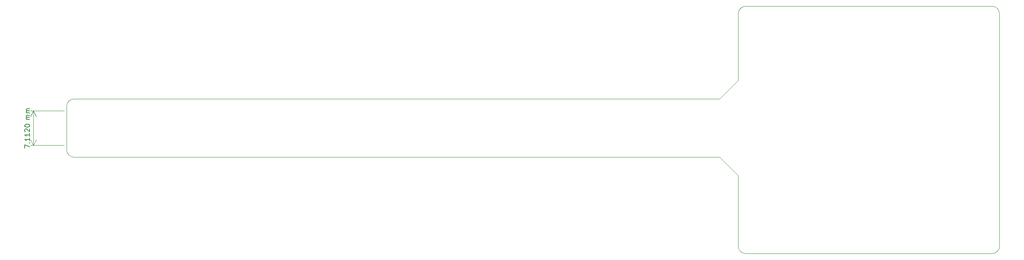
<source format=gbr>
%TF.GenerationSoftware,KiCad,Pcbnew,(7.0.0)*%
%TF.CreationDate,2023-08-21T10:27:13+05:30*%
%TF.ProjectId,X1A51B8-v1,58314135-3142-4382-9d76-312e6b696361,rev?*%
%TF.SameCoordinates,Original*%
%TF.FileFunction,Profile,NP*%
%FSLAX46Y46*%
G04 Gerber Fmt 4.6, Leading zero omitted, Abs format (unit mm)*
G04 Created by KiCad (PCBNEW (7.0.0)) date 2023-08-21 10:27:13*
%MOMM*%
%LPD*%
G01*
G04 APERTURE LIST*
%TA.AperFunction,Profile*%
%ADD10C,0.100000*%
%TD*%
%ADD11C,0.150000*%
G04 APERTURE END LIST*
D10*
X268224000Y-119126000D02*
X268224000Y-71120000D01*
X210566000Y-100742000D02*
X77470000Y-100742000D01*
X77470000Y-88742000D02*
G75*
G03*
X75946000Y-90266000I0J-1524000D01*
G01*
X75946000Y-99218000D02*
G75*
G03*
X77470000Y-100742000I1524000J0D01*
G01*
X214376000Y-84932000D02*
X214376000Y-71120000D01*
X210566000Y-88742000D02*
X77470000Y-88742000D01*
X214376000Y-104552000D02*
X214376000Y-119126000D01*
X214376000Y-84932000D02*
X210566000Y-88742000D01*
X214376000Y-119126000D02*
G75*
G03*
X215900000Y-120650000I1524000J0D01*
G01*
X266700000Y-120650000D02*
G75*
G03*
X268224000Y-119126000I0J1524000D01*
G01*
X266700000Y-120650000D02*
X215900000Y-120650000D01*
X268224000Y-71120000D02*
G75*
G03*
X266700000Y-69596000I-1524000J0D01*
G01*
X214376000Y-104552000D02*
X210566000Y-100742000D01*
X75946000Y-90266000D02*
X75946000Y-99218000D01*
X215900000Y-69596000D02*
G75*
G03*
X214376000Y-71120000I0J-1524000D01*
G01*
X215900000Y-69596000D02*
X266700000Y-69596000D01*
D11*
X67305380Y-98851522D02*
X67305380Y-98184856D01*
X67305380Y-98184856D02*
X68305380Y-98613427D01*
X68210142Y-97803903D02*
X68257761Y-97756284D01*
X68257761Y-97756284D02*
X68305380Y-97803903D01*
X68305380Y-97803903D02*
X68257761Y-97851522D01*
X68257761Y-97851522D02*
X68210142Y-97803903D01*
X68210142Y-97803903D02*
X68305380Y-97803903D01*
X68305380Y-96803904D02*
X68305380Y-97375332D01*
X68305380Y-97089618D02*
X67305380Y-97089618D01*
X67305380Y-97089618D02*
X67448238Y-97184856D01*
X67448238Y-97184856D02*
X67543476Y-97280094D01*
X67543476Y-97280094D02*
X67591095Y-97375332D01*
X68305380Y-95851523D02*
X68305380Y-96422951D01*
X68305380Y-96137237D02*
X67305380Y-96137237D01*
X67305380Y-96137237D02*
X67448238Y-96232475D01*
X67448238Y-96232475D02*
X67543476Y-96327713D01*
X67543476Y-96327713D02*
X67591095Y-96422951D01*
X67400619Y-95470570D02*
X67353000Y-95422951D01*
X67353000Y-95422951D02*
X67305380Y-95327713D01*
X67305380Y-95327713D02*
X67305380Y-95089618D01*
X67305380Y-95089618D02*
X67353000Y-94994380D01*
X67353000Y-94994380D02*
X67400619Y-94946761D01*
X67400619Y-94946761D02*
X67495857Y-94899142D01*
X67495857Y-94899142D02*
X67591095Y-94899142D01*
X67591095Y-94899142D02*
X67733952Y-94946761D01*
X67733952Y-94946761D02*
X68305380Y-95518189D01*
X68305380Y-95518189D02*
X68305380Y-94899142D01*
X67305380Y-94280094D02*
X67305380Y-94184856D01*
X67305380Y-94184856D02*
X67353000Y-94089618D01*
X67353000Y-94089618D02*
X67400619Y-94041999D01*
X67400619Y-94041999D02*
X67495857Y-93994380D01*
X67495857Y-93994380D02*
X67686333Y-93946761D01*
X67686333Y-93946761D02*
X67924428Y-93946761D01*
X67924428Y-93946761D02*
X68114904Y-93994380D01*
X68114904Y-93994380D02*
X68210142Y-94041999D01*
X68210142Y-94041999D02*
X68257761Y-94089618D01*
X68257761Y-94089618D02*
X68305380Y-94184856D01*
X68305380Y-94184856D02*
X68305380Y-94280094D01*
X68305380Y-94280094D02*
X68257761Y-94375332D01*
X68257761Y-94375332D02*
X68210142Y-94422951D01*
X68210142Y-94422951D02*
X68114904Y-94470570D01*
X68114904Y-94470570D02*
X67924428Y-94518189D01*
X67924428Y-94518189D02*
X67686333Y-94518189D01*
X67686333Y-94518189D02*
X67495857Y-94470570D01*
X67495857Y-94470570D02*
X67400619Y-94422951D01*
X67400619Y-94422951D02*
X67353000Y-94375332D01*
X67353000Y-94375332D02*
X67305380Y-94280094D01*
X68305380Y-92918189D02*
X67638714Y-92918189D01*
X67733952Y-92918189D02*
X67686333Y-92870570D01*
X67686333Y-92870570D02*
X67638714Y-92775332D01*
X67638714Y-92775332D02*
X67638714Y-92632475D01*
X67638714Y-92632475D02*
X67686333Y-92537237D01*
X67686333Y-92537237D02*
X67781571Y-92489618D01*
X67781571Y-92489618D02*
X68305380Y-92489618D01*
X67781571Y-92489618D02*
X67686333Y-92441999D01*
X67686333Y-92441999D02*
X67638714Y-92346761D01*
X67638714Y-92346761D02*
X67638714Y-92203904D01*
X67638714Y-92203904D02*
X67686333Y-92108665D01*
X67686333Y-92108665D02*
X67781571Y-92061046D01*
X67781571Y-92061046D02*
X68305380Y-92061046D01*
X68305380Y-91584856D02*
X67638714Y-91584856D01*
X67733952Y-91584856D02*
X67686333Y-91537237D01*
X67686333Y-91537237D02*
X67638714Y-91441999D01*
X67638714Y-91441999D02*
X67638714Y-91299142D01*
X67638714Y-91299142D02*
X67686333Y-91203904D01*
X67686333Y-91203904D02*
X67781571Y-91156285D01*
X67781571Y-91156285D02*
X68305380Y-91156285D01*
X67781571Y-91156285D02*
X67686333Y-91108666D01*
X67686333Y-91108666D02*
X67638714Y-91013428D01*
X67638714Y-91013428D02*
X67638714Y-90870571D01*
X67638714Y-90870571D02*
X67686333Y-90775332D01*
X67686333Y-90775332D02*
X67781571Y-90727713D01*
X67781571Y-90727713D02*
X68305380Y-90727713D01*
D10*
X75446000Y-91186000D02*
X68501580Y-91186000D01*
X75446000Y-98298000D02*
X68501580Y-98298000D01*
X69088000Y-91186000D02*
X69088000Y-98298000D01*
X69088000Y-91186000D02*
X69088000Y-98298000D01*
X69088000Y-91186000D02*
X69674421Y-92312504D01*
X69088000Y-91186000D02*
X68501579Y-92312504D01*
X69088000Y-98298000D02*
X68501579Y-97171496D01*
X69088000Y-98298000D02*
X69674421Y-97171496D01*
M02*

</source>
